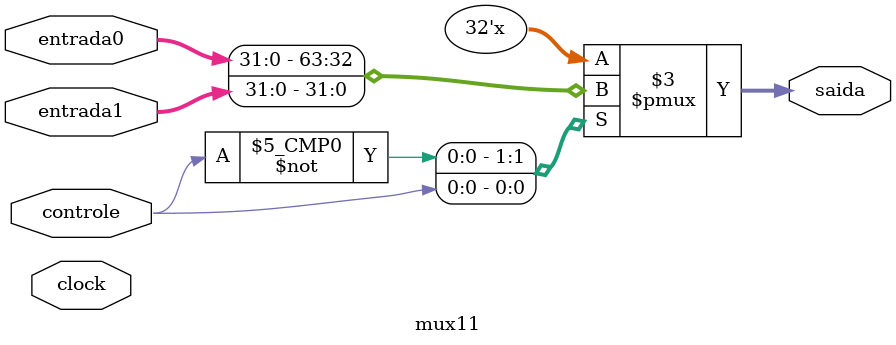
<source format=v>
module mux11(clock, entrada0, entrada1, controle, saida);
	
	//Iniciando os fio tudo.
	input wire clock;
	input wire [31:0]entrada0;
	input wire [31:0]entrada1;
	input wire controle;
	output reg [31:0]saida;

	parameter selectEntrada0=1'b0;
	parameter selectEntrada1=1'b1;
	
	//Setando estado inicial para todos os fios.
	initial begin
		saida <= 32'b0000000000000000;
	end

	always@(*) begin
		case (controle)
			selectEntrada0: begin
				saida <= entrada0;
			end

			selectEntrada1: begin
				saida <= entrada1;
			end
		endcase
	end
endmodule
</source>
